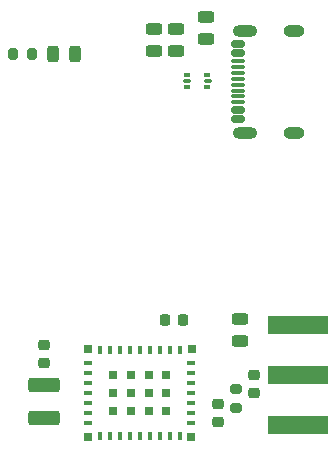
<source format=gbr>
%TF.GenerationSoftware,KiCad,Pcbnew,9.0.0*%
%TF.CreationDate,2025-05-09T11:29:12-04:00*%
%TF.ProjectId,ESP32 Ground Station,45535033-3220-4477-926f-756e64205374,rev?*%
%TF.SameCoordinates,Original*%
%TF.FileFunction,Paste,Top*%
%TF.FilePolarity,Positive*%
%FSLAX46Y46*%
G04 Gerber Fmt 4.6, Leading zero omitted, Abs format (unit mm)*
G04 Created by KiCad (PCBNEW 9.0.0) date 2025-05-09 11:29:12*
%MOMM*%
%LPD*%
G01*
G04 APERTURE LIST*
G04 Aperture macros list*
%AMRoundRect*
0 Rectangle with rounded corners*
0 $1 Rounding radius*
0 $2 $3 $4 $5 $6 $7 $8 $9 X,Y pos of 4 corners*
0 Add a 4 corners polygon primitive as box body*
4,1,4,$2,$3,$4,$5,$6,$7,$8,$9,$2,$3,0*
0 Add four circle primitives for the rounded corners*
1,1,$1+$1,$2,$3*
1,1,$1+$1,$4,$5*
1,1,$1+$1,$6,$7*
1,1,$1+$1,$8,$9*
0 Add four rect primitives between the rounded corners*
20,1,$1+$1,$2,$3,$4,$5,0*
20,1,$1+$1,$4,$5,$6,$7,0*
20,1,$1+$1,$6,$7,$8,$9,0*
20,1,$1+$1,$8,$9,$2,$3,0*%
G04 Aperture macros list end*
%ADD10R,0.800000X0.400000*%
%ADD11R,0.800000X0.800000*%
%ADD12R,0.400000X0.800000*%
%ADD13RoundRect,0.243750X0.456250X-0.243750X0.456250X0.243750X-0.456250X0.243750X-0.456250X-0.243750X0*%
%ADD14RoundRect,0.243750X0.243750X0.456250X-0.243750X0.456250X-0.243750X-0.456250X0.243750X-0.456250X0*%
%ADD15RoundRect,0.200000X0.200000X0.275000X-0.200000X0.275000X-0.200000X-0.275000X0.200000X-0.275000X0*%
%ADD16RoundRect,0.225000X-0.250000X0.225000X-0.250000X-0.225000X0.250000X-0.225000X0.250000X0.225000X0*%
%ADD17RoundRect,0.225000X-0.225000X-0.250000X0.225000X-0.250000X0.225000X0.250000X-0.225000X0.250000X0*%
%ADD18RoundRect,0.225000X0.250000X-0.225000X0.250000X0.225000X-0.250000X0.225000X-0.250000X-0.225000X0*%
%ADD19RoundRect,0.150000X0.425000X-0.150000X0.425000X0.150000X-0.425000X0.150000X-0.425000X-0.150000X0*%
%ADD20RoundRect,0.075000X0.500000X-0.075000X0.500000X0.075000X-0.500000X0.075000X-0.500000X-0.075000X0*%
%ADD21O,2.100000X1.000000*%
%ADD22O,1.800000X1.000000*%
%ADD23R,5.080000X1.500000*%
%ADD24RoundRect,0.250000X1.075000X-0.375000X1.075000X0.375000X-1.075000X0.375000X-1.075000X-0.375000X0*%
%ADD25RoundRect,0.200000X-0.275000X0.200000X-0.275000X-0.200000X0.275000X-0.200000X0.275000X0.200000X0*%
%ADD26RoundRect,0.093750X0.156250X0.093750X-0.156250X0.093750X-0.156250X-0.093750X0.156250X-0.093750X0*%
%ADD27RoundRect,0.075000X0.250000X0.075000X-0.250000X0.075000X-0.250000X-0.075000X0.250000X-0.075000X0*%
G04 APERTURE END LIST*
D10*
%TO.C,U2*%
X215650000Y-103475000D03*
X215650000Y-104325000D03*
X215650000Y-105175000D03*
X215650000Y-106025000D03*
X215650000Y-106875000D03*
X215650000Y-107725000D03*
X215650000Y-108575000D03*
D11*
X215600000Y-109725000D03*
D12*
X216600000Y-109675000D03*
X217450000Y-109675000D03*
X218300000Y-109675000D03*
X219150000Y-109675000D03*
X220000000Y-109675000D03*
X220850000Y-109675000D03*
X221700000Y-109675000D03*
X222550000Y-109675000D03*
X223400000Y-109675000D03*
D11*
X224350000Y-109725000D03*
D10*
X224350000Y-108575000D03*
X224350000Y-107725000D03*
X224350000Y-106875000D03*
X224350000Y-106025000D03*
X224350000Y-105175000D03*
X224350000Y-104325000D03*
X224350000Y-103475000D03*
D11*
X224400000Y-102325000D03*
D12*
X223400000Y-102375000D03*
X222550000Y-102375000D03*
X221700000Y-102375000D03*
X220850000Y-102375000D03*
X220000000Y-102375000D03*
X219150000Y-102375000D03*
X218300000Y-102375000D03*
X217450000Y-102375000D03*
X216600000Y-102375000D03*
D11*
X215600000Y-102325000D03*
X217750000Y-104525000D03*
X217750000Y-106025000D03*
X217750000Y-107525000D03*
X219250000Y-104525000D03*
X219250000Y-106025000D03*
X219250000Y-107525000D03*
X220750000Y-104525000D03*
X220750000Y-106025000D03*
X220750000Y-107525000D03*
X222250000Y-104525000D03*
X222250000Y-106025000D03*
X222250000Y-107525000D03*
%TD*%
D13*
%TO.C,D7*%
X225625000Y-76062501D03*
X225625000Y-74187499D03*
%TD*%
%TO.C,D1*%
X221175000Y-77062501D03*
X221175000Y-75187499D03*
%TD*%
D14*
%TO.C,D6*%
X214500002Y-77375000D03*
X212625000Y-77375000D03*
%TD*%
D15*
%TO.C,R18*%
X210887501Y-77375000D03*
X209237501Y-77375000D03*
%TD*%
D16*
%TO.C,C6*%
X229625000Y-104475000D03*
X229625000Y-106025000D03*
%TD*%
D17*
%TO.C,C8*%
X222100000Y-99875000D03*
X223650000Y-99875000D03*
%TD*%
D18*
%TO.C,C5*%
X226625000Y-108525000D03*
X226625000Y-106975000D03*
%TD*%
D19*
%TO.C,J3*%
X228320000Y-82880000D03*
X228320000Y-82080000D03*
D20*
X228320000Y-80930000D03*
X228320000Y-79930000D03*
X228320000Y-79430000D03*
X228320000Y-78430000D03*
D19*
X228320000Y-77280000D03*
X228320000Y-76480000D03*
X228320000Y-76480000D03*
X228320000Y-77280000D03*
D20*
X228320000Y-77930000D03*
X228320000Y-78930000D03*
X228320000Y-80430000D03*
X228320000Y-81430000D03*
D19*
X228320000Y-82080000D03*
X228320000Y-82880000D03*
D21*
X228895000Y-84000000D03*
D22*
X233075000Y-84000000D03*
D21*
X228895000Y-75360000D03*
D22*
X233075000Y-75360000D03*
%TD*%
D13*
%TO.C,D2*%
X223100000Y-77062501D03*
X223100000Y-75187499D03*
%TD*%
D23*
%TO.C,J4*%
X233410000Y-104500000D03*
X233410000Y-100250000D03*
X233410000Y-108750000D03*
%TD*%
D24*
%TO.C,L2*%
X211875000Y-108149999D03*
X211875000Y-105350001D03*
%TD*%
D25*
%TO.C,R21*%
X228125000Y-105675000D03*
X228125000Y-107325000D03*
%TD*%
D26*
%TO.C,U4*%
X225725000Y-80162500D03*
D27*
X225800000Y-79625000D03*
D26*
X225725000Y-79087500D03*
X224025000Y-79087500D03*
D27*
X223950000Y-79625000D03*
D26*
X224025000Y-80162500D03*
%TD*%
D16*
%TO.C,C7*%
X211875000Y-101975000D03*
X211875000Y-103525000D03*
%TD*%
D13*
%TO.C,D3*%
X228500000Y-101625000D03*
X228500000Y-99749998D03*
%TD*%
M02*

</source>
